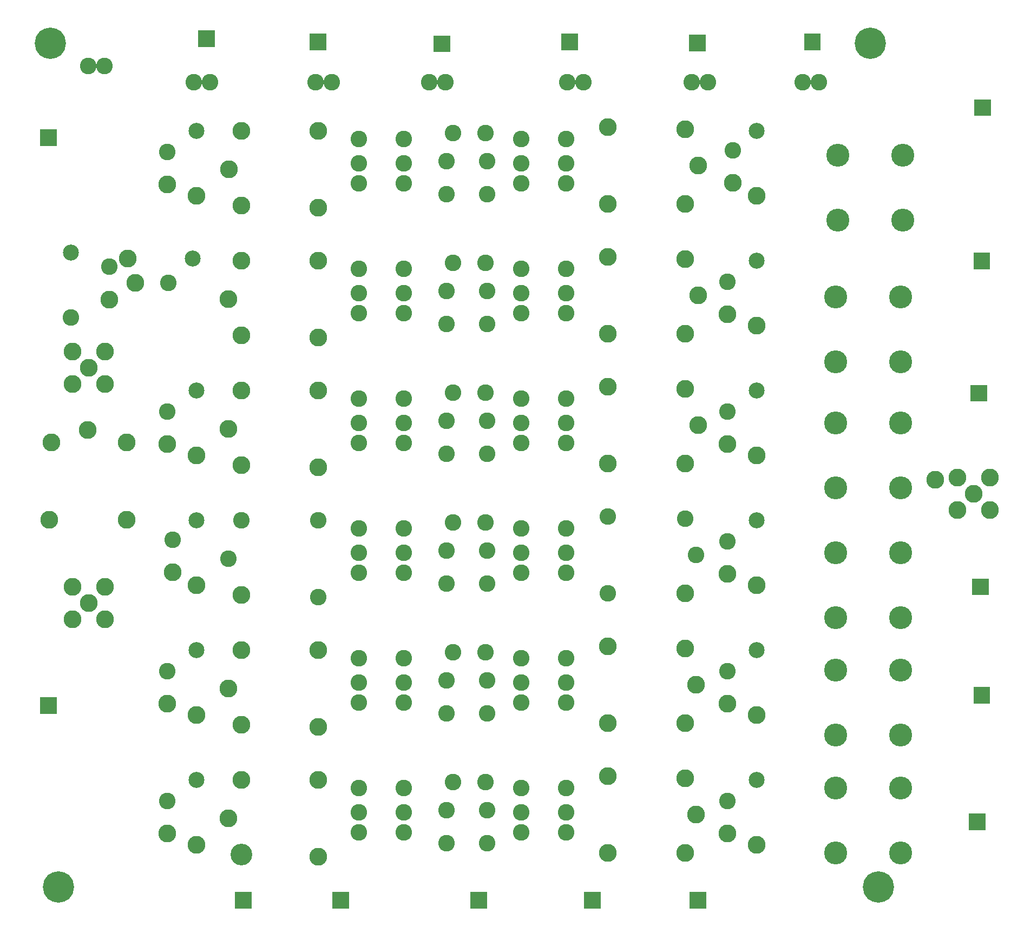
<source format=gbr>
%FSLAX34Y34*%
%MOMM*%
%LNSOLDERMASK_BOTTOM*%
G71*
G01*
%ADD10C,2.600*%
%ADD11C,2.500*%
%ADD12C,2.800*%
%ADD13C,2.600*%
%ADD14C,2.600*%
%ADD15C,4.900*%
%ADD16C,2.800*%
%ADD17C,2.800*%
%ADD18C,3.400*%
%ADD19C,3.600*%
%LPD*%
X-257925Y86975D02*
G54D10*
D03*
X-232425Y86975D02*
G54D10*
D03*
X-67425Y86975D02*
G54D10*
D03*
X-41925Y86975D02*
G54D10*
D03*
X254700Y-1200D02*
G54D10*
D03*
X324550Y-1200D02*
G54D10*
D03*
X254700Y-71050D02*
G54D10*
D03*
X324550Y-71050D02*
G54D10*
D03*
X324550Y-39300D02*
G54D10*
D03*
X254700Y-39300D02*
G54D10*
D03*
X198591Y7571D02*
G54D10*
D03*
X147610Y7459D02*
G54D10*
D03*
X700Y-1200D02*
G54D10*
D03*
X70550Y-1200D02*
G54D10*
D03*
X700Y-71050D02*
G54D10*
D03*
X70550Y-71050D02*
G54D10*
D03*
X70550Y-39300D02*
G54D10*
D03*
X700Y-39300D02*
G54D10*
D03*
X137527Y-36527D02*
G54D10*
D03*
X137640Y-87508D02*
G54D10*
D03*
X201027Y-36527D02*
G54D10*
D03*
X201140Y-87508D02*
G54D10*
D03*
X-253300Y-90100D02*
G54D11*
D03*
X-253300Y11500D02*
G54D11*
D03*
X110375Y86975D02*
G54D10*
D03*
X135875Y86975D02*
G54D10*
D03*
X326275Y86975D02*
G54D10*
D03*
X351775Y86975D02*
G54D10*
D03*
X521467Y87083D02*
G54D10*
D03*
X546967Y87083D02*
G54D10*
D03*
X-447000Y-334600D02*
G54D12*
D03*
X-396200Y-334600D02*
G54D12*
D03*
X-421600Y-360000D02*
G54D12*
D03*
X-396200Y-385400D02*
G54D12*
D03*
X-447000Y-385400D02*
G54D12*
D03*
X-447000Y-702900D02*
G54D12*
D03*
X-396200Y-702900D02*
G54D12*
D03*
X-421600Y-728300D02*
G54D12*
D03*
X-396200Y-753700D02*
G54D12*
D03*
X-447000Y-753700D02*
G54D12*
D03*
X700Y-71050D02*
G54D13*
D03*
X70550Y-71050D02*
G54D13*
D03*
X137639Y-87508D02*
G54D13*
D03*
X201140Y-87508D02*
G54D13*
D03*
X254700Y-71050D02*
G54D13*
D03*
X324550Y-71050D02*
G54D13*
D03*
X-447000Y-334600D02*
G54D13*
D03*
X-396200Y-334600D02*
G54D13*
D03*
X-447000Y-385400D02*
G54D13*
D03*
X-396200Y-385400D02*
G54D13*
D03*
X-447000Y-702900D02*
G54D14*
D03*
X-396200Y-702900D02*
G54D13*
D03*
X-447000Y-753700D02*
G54D13*
D03*
X-396200Y-753700D02*
G54D13*
D03*
X-450150Y-280600D02*
G54D11*
D03*
X-450150Y-179000D02*
G54D11*
D03*
X-389523Y-201627D02*
G54D10*
D03*
X-389410Y-252608D02*
G54D10*
D03*
X-423025Y112375D02*
G54D10*
D03*
X-397525Y112375D02*
G54D10*
D03*
X-450150Y-280600D02*
G54D13*
D03*
G36*
X-251000Y168500D02*
X-225000Y168500D01*
X-225000Y142500D01*
X-251000Y142500D01*
X-251000Y168500D01*
G37*
G36*
X-76600Y163500D02*
X-50600Y163500D01*
X-50600Y137500D01*
X-76600Y137500D01*
X-76600Y163500D01*
G37*
G36*
X117300Y160500D02*
X143300Y160500D01*
X143300Y134500D01*
X117300Y134500D01*
X117300Y160500D01*
G37*
G36*
X317100Y163500D02*
X343100Y163500D01*
X343100Y137500D01*
X317100Y137500D01*
X317100Y163500D01*
G37*
G36*
X517200Y161500D02*
X543200Y161500D01*
X543200Y135500D01*
X517200Y135500D01*
X517200Y161500D01*
G37*
X694575Y86975D02*
G54D10*
D03*
X720075Y86975D02*
G54D10*
D03*
X-481900Y147900D02*
G54D15*
D03*
X800800Y147900D02*
G54D15*
D03*
X813500Y-1172900D02*
G54D15*
D03*
X-469200Y-1172900D02*
G54D15*
D03*
G36*
X-472100Y13400D02*
X-472100Y-12600D01*
X-498100Y-12600D01*
X-498100Y13400D01*
X-472100Y13400D01*
G37*
G36*
X-472100Y-875600D02*
X-472100Y-901600D01*
X-498100Y-901600D01*
X-498100Y-875600D01*
X-472100Y-875600D01*
G37*
X-62800Y-109150D02*
G54D12*
D03*
X-183450Y-105976D02*
G54D12*
D03*
X-62800Y11500D02*
G54D12*
D03*
X-183450Y11500D02*
G54D12*
D03*
X-202912Y-48825D02*
G54D12*
D03*
X-298874Y-22055D02*
G54D10*
D03*
X-298762Y-73035D02*
G54D10*
D03*
X-298762Y-73035D02*
G54D12*
D03*
X390294Y17238D02*
G54D12*
D03*
X510944Y14064D02*
G54D12*
D03*
X390294Y-103412D02*
G54D12*
D03*
X510944Y-103412D02*
G54D12*
D03*
X531582Y-43087D02*
G54D12*
D03*
X623000Y-90100D02*
G54D11*
D03*
X623000Y11500D02*
G54D11*
D03*
X585426Y-19055D02*
G54D10*
D03*
X585538Y-70035D02*
G54D10*
D03*
X585538Y-70035D02*
G54D12*
D03*
X254700Y-204400D02*
G54D10*
D03*
X324550Y-204400D02*
G54D10*
D03*
X254700Y-274250D02*
G54D10*
D03*
X324550Y-274250D02*
G54D10*
D03*
X324550Y-242500D02*
G54D10*
D03*
X254700Y-242500D02*
G54D10*
D03*
X198591Y-195629D02*
G54D10*
D03*
X147610Y-195741D02*
G54D10*
D03*
X700Y-204400D02*
G54D10*
D03*
X70550Y-204400D02*
G54D10*
D03*
X700Y-274250D02*
G54D10*
D03*
X70550Y-274250D02*
G54D10*
D03*
X70550Y-242500D02*
G54D10*
D03*
X700Y-242500D02*
G54D10*
D03*
X137527Y-239727D02*
G54D10*
D03*
X137640Y-290708D02*
G54D10*
D03*
X201027Y-239727D02*
G54D10*
D03*
X201140Y-290708D02*
G54D10*
D03*
X700Y-274250D02*
G54D13*
D03*
X70550Y-274250D02*
G54D13*
D03*
X137639Y-290708D02*
G54D13*
D03*
X201140Y-290708D02*
G54D13*
D03*
X254700Y-274250D02*
G54D13*
D03*
X324550Y-274250D02*
G54D13*
D03*
X-62800Y-312350D02*
G54D12*
D03*
X-183450Y-309176D02*
G54D12*
D03*
X-62800Y-191700D02*
G54D12*
D03*
X-183450Y-191700D02*
G54D12*
D03*
X-203412Y-252025D02*
G54D12*
D03*
X-297750Y-226750D02*
G54D10*
D03*
X-348730Y-226862D02*
G54D10*
D03*
X390294Y-185962D02*
G54D12*
D03*
X510944Y-189136D02*
G54D12*
D03*
X390294Y-306612D02*
G54D12*
D03*
X510944Y-306612D02*
G54D12*
D03*
X531582Y-246287D02*
G54D12*
D03*
X623000Y-293300D02*
G54D11*
D03*
X623000Y-191700D02*
G54D11*
D03*
X577426Y-225255D02*
G54D10*
D03*
X577538Y-276235D02*
G54D10*
D03*
X577538Y-276235D02*
G54D12*
D03*
X254700Y-407600D02*
G54D10*
D03*
X324550Y-407600D02*
G54D10*
D03*
X254700Y-477450D02*
G54D10*
D03*
X324550Y-477450D02*
G54D10*
D03*
X324550Y-445700D02*
G54D10*
D03*
X254700Y-445700D02*
G54D10*
D03*
X198591Y-398829D02*
G54D10*
D03*
X147610Y-398941D02*
G54D10*
D03*
X700Y-407600D02*
G54D10*
D03*
X70550Y-407600D02*
G54D10*
D03*
X700Y-477450D02*
G54D10*
D03*
X70550Y-477450D02*
G54D10*
D03*
X70550Y-445700D02*
G54D10*
D03*
X700Y-445700D02*
G54D10*
D03*
X137527Y-442927D02*
G54D10*
D03*
X137640Y-493908D02*
G54D10*
D03*
X201027Y-442927D02*
G54D10*
D03*
X201140Y-493908D02*
G54D10*
D03*
X-253300Y-496500D02*
G54D11*
D03*
X-253300Y-394900D02*
G54D11*
D03*
X700Y-477450D02*
G54D13*
D03*
X70550Y-477450D02*
G54D13*
D03*
X137639Y-493908D02*
G54D13*
D03*
X201140Y-493908D02*
G54D13*
D03*
X254700Y-477450D02*
G54D13*
D03*
X324550Y-477450D02*
G54D13*
D03*
X-62800Y-515550D02*
G54D12*
D03*
X-183450Y-512376D02*
G54D12*
D03*
X-62800Y-394900D02*
G54D12*
D03*
X-183450Y-394900D02*
G54D12*
D03*
X-203412Y-455225D02*
G54D12*
D03*
X-298874Y-428455D02*
G54D10*
D03*
X-298762Y-479435D02*
G54D10*
D03*
X-298762Y-479435D02*
G54D12*
D03*
X390294Y-389162D02*
G54D12*
D03*
X510944Y-392336D02*
G54D12*
D03*
X390294Y-509812D02*
G54D12*
D03*
X510944Y-509812D02*
G54D12*
D03*
X531582Y-449487D02*
G54D12*
D03*
X623000Y-496500D02*
G54D11*
D03*
X623000Y-394900D02*
G54D11*
D03*
X577426Y-428455D02*
G54D10*
D03*
X577538Y-479435D02*
G54D10*
D03*
X577538Y-479435D02*
G54D12*
D03*
X254700Y-610800D02*
G54D10*
D03*
X324550Y-610800D02*
G54D10*
D03*
X254700Y-680650D02*
G54D10*
D03*
X324550Y-680650D02*
G54D10*
D03*
X324550Y-648900D02*
G54D10*
D03*
X254700Y-648900D02*
G54D10*
D03*
X198591Y-602029D02*
G54D10*
D03*
X147610Y-602141D02*
G54D10*
D03*
X700Y-610800D02*
G54D10*
D03*
X70550Y-610800D02*
G54D10*
D03*
X700Y-680650D02*
G54D10*
D03*
X70550Y-680650D02*
G54D10*
D03*
X70550Y-648900D02*
G54D10*
D03*
X700Y-648900D02*
G54D10*
D03*
X137527Y-646127D02*
G54D10*
D03*
X137640Y-697108D02*
G54D10*
D03*
X201027Y-646127D02*
G54D10*
D03*
X201140Y-697108D02*
G54D10*
D03*
X-253300Y-699700D02*
G54D11*
D03*
X-253300Y-598100D02*
G54D11*
D03*
X700Y-680650D02*
G54D13*
D03*
X70550Y-680650D02*
G54D13*
D03*
X137639Y-697108D02*
G54D13*
D03*
X201140Y-697108D02*
G54D13*
D03*
X254700Y-680650D02*
G54D13*
D03*
X324550Y-680650D02*
G54D13*
D03*
X-62800Y-718750D02*
G54D14*
D03*
X-183450Y-715576D02*
G54D14*
D03*
X-62800Y-598100D02*
G54D14*
D03*
X-183450Y-598100D02*
G54D14*
D03*
X-203412Y-658425D02*
G54D14*
D03*
X-290874Y-628655D02*
G54D10*
D03*
X-290762Y-679635D02*
G54D10*
D03*
X-290762Y-679635D02*
G54D12*
D03*
X390294Y-592362D02*
G54D14*
D03*
X510944Y-595536D02*
G54D14*
D03*
X390294Y-713012D02*
G54D14*
D03*
X510944Y-713012D02*
G54D14*
D03*
X528406Y-652687D02*
G54D14*
D03*
X623000Y-699700D02*
G54D11*
D03*
X623000Y-598100D02*
G54D11*
D03*
X577426Y-631655D02*
G54D10*
D03*
X577538Y-682635D02*
G54D10*
D03*
X577538Y-682635D02*
G54D12*
D03*
X254700Y-814000D02*
G54D10*
D03*
X324550Y-814000D02*
G54D10*
D03*
X254700Y-883850D02*
G54D10*
D03*
X324550Y-883850D02*
G54D10*
D03*
X324550Y-852100D02*
G54D10*
D03*
X254700Y-852100D02*
G54D10*
D03*
X198591Y-805229D02*
G54D10*
D03*
X147610Y-805341D02*
G54D10*
D03*
X700Y-814000D02*
G54D10*
D03*
X70550Y-814000D02*
G54D10*
D03*
X700Y-883850D02*
G54D10*
D03*
X70550Y-883850D02*
G54D10*
D03*
X70550Y-852100D02*
G54D10*
D03*
X700Y-852100D02*
G54D10*
D03*
X137527Y-849327D02*
G54D10*
D03*
X137640Y-900308D02*
G54D10*
D03*
X201027Y-849327D02*
G54D10*
D03*
X201140Y-900308D02*
G54D10*
D03*
X-253300Y-902900D02*
G54D11*
D03*
X-253300Y-801300D02*
G54D11*
D03*
X700Y-883850D02*
G54D13*
D03*
X70550Y-883850D02*
G54D13*
D03*
X137639Y-900308D02*
G54D13*
D03*
X201140Y-900308D02*
G54D13*
D03*
X254700Y-883850D02*
G54D13*
D03*
X324550Y-883850D02*
G54D13*
D03*
X-62800Y-921950D02*
G54D12*
D03*
X-183450Y-918776D02*
G54D12*
D03*
X-62800Y-801300D02*
G54D12*
D03*
X-183450Y-801300D02*
G54D12*
D03*
X-203412Y-861625D02*
G54D12*
D03*
X-298874Y-834854D02*
G54D10*
D03*
X-298762Y-885835D02*
G54D10*
D03*
X-298762Y-885835D02*
G54D12*
D03*
X390294Y-795562D02*
G54D12*
D03*
X510944Y-798736D02*
G54D12*
D03*
X390294Y-916212D02*
G54D12*
D03*
X510944Y-916212D02*
G54D12*
D03*
X528406Y-855887D02*
G54D12*
D03*
X623000Y-902900D02*
G54D11*
D03*
X623000Y-801300D02*
G54D11*
D03*
X577426Y-834854D02*
G54D10*
D03*
X577538Y-885835D02*
G54D10*
D03*
X577538Y-885835D02*
G54D12*
D03*
X254700Y-1017200D02*
G54D10*
D03*
X324550Y-1017200D02*
G54D10*
D03*
X254700Y-1087050D02*
G54D10*
D03*
X324550Y-1087050D02*
G54D10*
D03*
X324550Y-1055300D02*
G54D10*
D03*
X254700Y-1055300D02*
G54D10*
D03*
X198591Y-1008429D02*
G54D10*
D03*
X147610Y-1008541D02*
G54D10*
D03*
X700Y-1017200D02*
G54D10*
D03*
X70550Y-1017200D02*
G54D10*
D03*
X700Y-1087050D02*
G54D10*
D03*
X70550Y-1087050D02*
G54D10*
D03*
X70550Y-1055300D02*
G54D10*
D03*
X700Y-1055300D02*
G54D10*
D03*
X137527Y-1052527D02*
G54D10*
D03*
X137640Y-1103508D02*
G54D10*
D03*
X201027Y-1052527D02*
G54D10*
D03*
X201140Y-1103508D02*
G54D10*
D03*
X-253300Y-1106100D02*
G54D11*
D03*
X-253300Y-1004500D02*
G54D11*
D03*
X700Y-1087050D02*
G54D13*
D03*
X70550Y-1087050D02*
G54D13*
D03*
X137639Y-1103508D02*
G54D13*
D03*
X201140Y-1103508D02*
G54D13*
D03*
X254700Y-1087050D02*
G54D13*
D03*
X324550Y-1087050D02*
G54D13*
D03*
X-62800Y-1125150D02*
G54D12*
D03*
X-183450Y-1121976D02*
G54D12*
D03*
X-62800Y-1004500D02*
G54D12*
D03*
X-183450Y-1004500D02*
G54D12*
D03*
X-203412Y-1064825D02*
G54D12*
D03*
X-298874Y-1038054D02*
G54D10*
D03*
X-298762Y-1089035D02*
G54D10*
D03*
X-298762Y-1089035D02*
G54D12*
D03*
X390294Y-998762D02*
G54D12*
D03*
X510944Y-1001936D02*
G54D12*
D03*
X390294Y-1119412D02*
G54D12*
D03*
X510944Y-1119412D02*
G54D12*
D03*
X528406Y-1059087D02*
G54D12*
D03*
X623000Y-1106100D02*
G54D11*
D03*
X623000Y-1004500D02*
G54D11*
D03*
X577426Y-1038054D02*
G54D10*
D03*
X577538Y-1089035D02*
G54D10*
D03*
X577538Y-1089035D02*
G54D12*
D03*
X-253300Y-496500D02*
G54D12*
D03*
X-253300Y-699700D02*
G54D12*
D03*
X-253300Y-902900D02*
G54D12*
D03*
X623000Y-1106100D02*
G54D12*
D03*
X623000Y-902900D02*
G54D12*
D03*
X623000Y-699700D02*
G54D12*
D03*
X623000Y-496500D02*
G54D12*
D03*
X623000Y-293300D02*
G54D12*
D03*
X623000Y-90100D02*
G54D12*
D03*
X-483647Y-597409D02*
G54D12*
D03*
X-480473Y-476759D02*
G54D12*
D03*
X-362997Y-597409D02*
G54D12*
D03*
X-362997Y-476759D02*
G54D12*
D03*
X-423322Y-456646D02*
G54D12*
D03*
X-183450Y-105976D02*
G54D16*
D03*
X510944Y-103412D02*
G54D17*
D03*
X-183450Y-309176D02*
G54D17*
D03*
X510944Y-306612D02*
G54D12*
D03*
X-183450Y-512376D02*
G54D17*
D03*
X510944Y-509812D02*
G54D12*
D03*
X-183450Y-715576D02*
G54D12*
D03*
X510944Y-713012D02*
G54D12*
D03*
X-183450Y-918776D02*
G54D17*
D03*
X510944Y-916212D02*
G54D17*
D03*
X-183450Y-1121976D02*
G54D18*
D03*
X510944Y-1119412D02*
G54D12*
D03*
X-480473Y-476759D02*
G54D12*
D03*
G36*
X-193300Y-1180400D02*
X-167300Y-1180400D01*
X-167300Y-1206400D01*
X-193300Y-1206400D01*
X-193300Y-1180400D01*
G37*
G36*
X-40900Y-1180400D02*
X-14900Y-1180400D01*
X-14900Y-1206400D01*
X-40900Y-1206400D01*
X-40900Y-1180400D01*
G37*
G36*
X175000Y-1180400D02*
X201000Y-1180400D01*
X201000Y-1206400D01*
X175000Y-1206400D01*
X175000Y-1180400D01*
G37*
G36*
X352800Y-1180400D02*
X378800Y-1180400D01*
X378800Y-1206400D01*
X352800Y-1206400D01*
X352800Y-1180400D01*
G37*
G36*
X517900Y-1180400D02*
X543900Y-1180400D01*
X543900Y-1206400D01*
X517900Y-1206400D01*
X517900Y-1180400D01*
G37*
X-253300Y-90100D02*
G54D12*
D03*
X-348730Y-226862D02*
G54D12*
D03*
X-298762Y-73035D02*
G54D12*
D03*
X-253300Y-90100D02*
G54D12*
D03*
X-389410Y-252608D02*
G54D12*
D03*
X-253300Y-1106100D02*
G54D12*
D03*
X623000Y-1106100D02*
G54D12*
D03*
X577538Y-1089035D02*
G54D12*
D03*
X-361250Y-188650D02*
G54D11*
D03*
X-259650Y-188650D02*
G54D11*
D03*
X-361250Y-188650D02*
G54D12*
D03*
X750000Y-26600D02*
G54D19*
D03*
X851600Y-26600D02*
G54D12*
D03*
X851600Y-26600D02*
G54D19*
D03*
X750000Y-26600D02*
G54D19*
D03*
X750000Y-128200D02*
G54D12*
D03*
X750000Y-128200D02*
G54D19*
D03*
X851600Y-26600D02*
G54D19*
D03*
X851600Y-128200D02*
G54D12*
D03*
X851600Y-128200D02*
G54D19*
D03*
X746825Y-248850D02*
G54D19*
D03*
X848425Y-248850D02*
G54D12*
D03*
X848425Y-248850D02*
G54D19*
D03*
X746825Y-248850D02*
G54D19*
D03*
X746825Y-350450D02*
G54D12*
D03*
X746825Y-350450D02*
G54D19*
D03*
X848425Y-248850D02*
G54D19*
D03*
X848425Y-350450D02*
G54D12*
D03*
X848425Y-350450D02*
G54D19*
D03*
X746825Y-445700D02*
G54D19*
D03*
X848425Y-445700D02*
G54D12*
D03*
X848425Y-445700D02*
G54D19*
D03*
X746825Y-445700D02*
G54D19*
D03*
X746825Y-547300D02*
G54D12*
D03*
X746825Y-547300D02*
G54D19*
D03*
X848425Y-445700D02*
G54D19*
D03*
X848425Y-547300D02*
G54D12*
D03*
X848425Y-547300D02*
G54D19*
D03*
X746825Y-648900D02*
G54D19*
D03*
X848425Y-648900D02*
G54D12*
D03*
X848425Y-648900D02*
G54D19*
D03*
X746825Y-648900D02*
G54D19*
D03*
X746825Y-750500D02*
G54D12*
D03*
X746825Y-750500D02*
G54D19*
D03*
X848425Y-648900D02*
G54D19*
D03*
X848425Y-750500D02*
G54D12*
D03*
X848425Y-750500D02*
G54D19*
D03*
X746825Y-833050D02*
G54D19*
D03*
X848425Y-833050D02*
G54D12*
D03*
X848425Y-833050D02*
G54D19*
D03*
X746825Y-833050D02*
G54D19*
D03*
X746825Y-934650D02*
G54D12*
D03*
X746825Y-934650D02*
G54D19*
D03*
X848425Y-833050D02*
G54D19*
D03*
X848425Y-934650D02*
G54D12*
D03*
X848425Y-934650D02*
G54D19*
D03*
X746825Y-1017200D02*
G54D19*
D03*
X848425Y-1017200D02*
G54D12*
D03*
X848425Y-1017200D02*
G54D19*
D03*
X746825Y-1017200D02*
G54D19*
D03*
X746825Y-1118800D02*
G54D12*
D03*
X746825Y-1118800D02*
G54D19*
D03*
X848425Y-1017200D02*
G54D19*
D03*
X848425Y-1118800D02*
G54D12*
D03*
X848425Y-1118800D02*
G54D19*
D03*
X750000Y-128200D02*
G54D19*
D03*
X851600Y-128200D02*
G54D19*
D03*
X746825Y-350450D02*
G54D19*
D03*
X848425Y-350450D02*
G54D19*
D03*
X746825Y-547300D02*
G54D19*
D03*
X848425Y-547300D02*
G54D19*
D03*
X746825Y-750500D02*
G54D19*
D03*
X848425Y-750500D02*
G54D19*
D03*
X746825Y-934650D02*
G54D19*
D03*
X848425Y-934650D02*
G54D19*
D03*
X746825Y-1118800D02*
G54D19*
D03*
X848425Y-1118800D02*
G54D19*
D03*
X937300Y-531450D02*
G54D12*
D03*
X988100Y-531450D02*
G54D12*
D03*
X962700Y-556850D02*
G54D12*
D03*
X988100Y-582250D02*
G54D12*
D03*
X937300Y-582250D02*
G54D12*
D03*
X937300Y-531450D02*
G54D14*
D03*
X937300Y-582250D02*
G54D13*
D03*
X902400Y-534600D02*
G54D12*
D03*
G36*
X697200Y163500D02*
X723200Y163500D01*
X723200Y137500D01*
X697200Y137500D01*
X697200Y163500D01*
G37*
G36*
X963200Y60500D02*
X989200Y60500D01*
X989200Y34500D01*
X963200Y34500D01*
X963200Y60500D01*
G37*
G36*
X962200Y-179500D02*
X988200Y-179500D01*
X988200Y-205500D01*
X962200Y-205500D01*
X962200Y-179500D01*
G37*
G36*
X957200Y-386500D02*
X983200Y-386500D01*
X983200Y-412500D01*
X957200Y-412500D01*
X957200Y-386500D01*
G37*
G36*
X960200Y-689500D02*
X986200Y-689500D01*
X986200Y-715500D01*
X960200Y-715500D01*
X960200Y-689500D01*
G37*
G36*
X962200Y-859500D02*
X988200Y-859500D01*
X988200Y-885500D01*
X962200Y-885500D01*
X962200Y-859500D01*
G37*
G36*
X955200Y-1057500D02*
X981200Y-1057500D01*
X981200Y-1083500D01*
X955200Y-1083500D01*
X955200Y-1057500D01*
G37*
M02*

</source>
